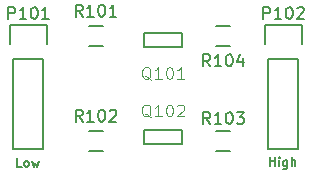
<source format=gbr>
G04 #@! TF.FileFunction,Legend,Top*
%FSLAX46Y46*%
G04 Gerber Fmt 4.6, Leading zero omitted, Abs format (unit mm)*
G04 Created by KiCad (PCBNEW 0.201503020946+5465~21~ubuntu14.04.1-product) date Thu 19 Mar 2015 20:54:09 CET*
%MOMM*%
G01*
G04 APERTURE LIST*
%ADD10C,0.100000*%
%ADD11C,0.127000*%
%ADD12C,0.150000*%
G04 APERTURE END LIST*
D10*
D11*
X170297929Y-118327714D02*
X170297929Y-117565714D01*
X170297929Y-117928571D02*
X170733357Y-117928571D01*
X170733357Y-118327714D02*
X170733357Y-117565714D01*
X171096215Y-118327714D02*
X171096215Y-117819714D01*
X171096215Y-117565714D02*
X171059929Y-117602000D01*
X171096215Y-117638286D01*
X171132500Y-117602000D01*
X171096215Y-117565714D01*
X171096215Y-117638286D01*
X171785643Y-117819714D02*
X171785643Y-118436571D01*
X171749357Y-118509143D01*
X171713072Y-118545429D01*
X171640500Y-118581714D01*
X171531643Y-118581714D01*
X171459072Y-118545429D01*
X171785643Y-118291429D02*
X171713072Y-118327714D01*
X171567929Y-118327714D01*
X171495357Y-118291429D01*
X171459072Y-118255143D01*
X171422786Y-118182571D01*
X171422786Y-117964857D01*
X171459072Y-117892286D01*
X171495357Y-117856000D01*
X171567929Y-117819714D01*
X171713072Y-117819714D01*
X171785643Y-117856000D01*
X172148501Y-118327714D02*
X172148501Y-117565714D01*
X172475072Y-118327714D02*
X172475072Y-117928571D01*
X172438786Y-117856000D01*
X172366215Y-117819714D01*
X172257358Y-117819714D01*
X172184786Y-117856000D01*
X172148501Y-117892286D01*
X149288500Y-118391214D02*
X148925643Y-118391214D01*
X148925643Y-117629214D01*
X149651357Y-118391214D02*
X149578785Y-118354929D01*
X149542500Y-118318643D01*
X149506214Y-118246071D01*
X149506214Y-118028357D01*
X149542500Y-117955786D01*
X149578785Y-117919500D01*
X149651357Y-117883214D01*
X149760214Y-117883214D01*
X149832785Y-117919500D01*
X149869071Y-117955786D01*
X149905357Y-118028357D01*
X149905357Y-118246071D01*
X149869071Y-118318643D01*
X149832785Y-118354929D01*
X149760214Y-118391214D01*
X149651357Y-118391214D01*
X150159357Y-117883214D02*
X150304500Y-118391214D01*
X150449643Y-118028357D01*
X150594786Y-118391214D01*
X150739929Y-117883214D01*
D12*
X151130000Y-109220000D02*
X151130000Y-116840000D01*
X148590000Y-109220000D02*
X148590000Y-116840000D01*
X148310000Y-106400000D02*
X148310000Y-107950000D01*
X151130000Y-116840000D02*
X148590000Y-116840000D01*
X148590000Y-109220000D02*
X151130000Y-109220000D01*
X151410000Y-107950000D02*
X151410000Y-106400000D01*
X151410000Y-106400000D02*
X148310000Y-106400000D01*
X172720000Y-109220000D02*
X172720000Y-116840000D01*
X170180000Y-109220000D02*
X170180000Y-116840000D01*
X169900000Y-106400000D02*
X169900000Y-107950000D01*
X172720000Y-116840000D02*
X170180000Y-116840000D01*
X170180000Y-109220000D02*
X172720000Y-109220000D01*
X173000000Y-107950000D02*
X173000000Y-106400000D01*
X173000000Y-106400000D02*
X169900000Y-106400000D01*
X159690000Y-107080000D02*
X162890000Y-107080000D01*
X162890000Y-107080000D02*
X162890000Y-108280000D01*
X162890000Y-108280000D02*
X159690000Y-108280000D01*
X159690000Y-108280000D02*
X159690000Y-107080000D01*
X162890000Y-116440000D02*
X159690000Y-116440000D01*
X159690000Y-116440000D02*
X159690000Y-115240000D01*
X159690000Y-115240000D02*
X162890000Y-115240000D01*
X162890000Y-115240000D02*
X162890000Y-116440000D01*
X156175000Y-108190000D02*
X154975000Y-108190000D01*
X154975000Y-106440000D02*
X156175000Y-106440000D01*
X156175000Y-117080000D02*
X154975000Y-117080000D01*
X154975000Y-115330000D02*
X156175000Y-115330000D01*
X165770000Y-115330000D02*
X166970000Y-115330000D01*
X166970000Y-117080000D02*
X165770000Y-117080000D01*
X165770000Y-106440000D02*
X166970000Y-106440000D01*
X166970000Y-108190000D02*
X165770000Y-108190000D01*
X148169524Y-105862381D02*
X148169524Y-104862381D01*
X148550477Y-104862381D01*
X148645715Y-104910000D01*
X148693334Y-104957619D01*
X148740953Y-105052857D01*
X148740953Y-105195714D01*
X148693334Y-105290952D01*
X148645715Y-105338571D01*
X148550477Y-105386190D01*
X148169524Y-105386190D01*
X149693334Y-105862381D02*
X149121905Y-105862381D01*
X149407619Y-105862381D02*
X149407619Y-104862381D01*
X149312381Y-105005238D01*
X149217143Y-105100476D01*
X149121905Y-105148095D01*
X150312381Y-104862381D02*
X150407620Y-104862381D01*
X150502858Y-104910000D01*
X150550477Y-104957619D01*
X150598096Y-105052857D01*
X150645715Y-105243333D01*
X150645715Y-105481429D01*
X150598096Y-105671905D01*
X150550477Y-105767143D01*
X150502858Y-105814762D01*
X150407620Y-105862381D01*
X150312381Y-105862381D01*
X150217143Y-105814762D01*
X150169524Y-105767143D01*
X150121905Y-105671905D01*
X150074286Y-105481429D01*
X150074286Y-105243333D01*
X150121905Y-105052857D01*
X150169524Y-104957619D01*
X150217143Y-104910000D01*
X150312381Y-104862381D01*
X151598096Y-105862381D02*
X151026667Y-105862381D01*
X151312381Y-105862381D02*
X151312381Y-104862381D01*
X151217143Y-105005238D01*
X151121905Y-105100476D01*
X151026667Y-105148095D01*
X169759524Y-105862381D02*
X169759524Y-104862381D01*
X170140477Y-104862381D01*
X170235715Y-104910000D01*
X170283334Y-104957619D01*
X170330953Y-105052857D01*
X170330953Y-105195714D01*
X170283334Y-105290952D01*
X170235715Y-105338571D01*
X170140477Y-105386190D01*
X169759524Y-105386190D01*
X171283334Y-105862381D02*
X170711905Y-105862381D01*
X170997619Y-105862381D02*
X170997619Y-104862381D01*
X170902381Y-105005238D01*
X170807143Y-105100476D01*
X170711905Y-105148095D01*
X171902381Y-104862381D02*
X171997620Y-104862381D01*
X172092858Y-104910000D01*
X172140477Y-104957619D01*
X172188096Y-105052857D01*
X172235715Y-105243333D01*
X172235715Y-105481429D01*
X172188096Y-105671905D01*
X172140477Y-105767143D01*
X172092858Y-105814762D01*
X171997620Y-105862381D01*
X171902381Y-105862381D01*
X171807143Y-105814762D01*
X171759524Y-105767143D01*
X171711905Y-105671905D01*
X171664286Y-105481429D01*
X171664286Y-105243333D01*
X171711905Y-105052857D01*
X171759524Y-104957619D01*
X171807143Y-104910000D01*
X171902381Y-104862381D01*
X172616667Y-104957619D02*
X172664286Y-104910000D01*
X172759524Y-104862381D01*
X172997620Y-104862381D01*
X173092858Y-104910000D01*
X173140477Y-104957619D01*
X173188096Y-105052857D01*
X173188096Y-105148095D01*
X173140477Y-105290952D01*
X172569048Y-105862381D01*
X173188096Y-105862381D01*
D10*
X160242381Y-111037619D02*
X160147143Y-110990000D01*
X160051905Y-110894762D01*
X159909048Y-110751905D01*
X159813809Y-110704286D01*
X159718571Y-110704286D01*
X159766190Y-110942381D02*
X159670952Y-110894762D01*
X159575714Y-110799524D01*
X159528095Y-110609048D01*
X159528095Y-110275714D01*
X159575714Y-110085238D01*
X159670952Y-109990000D01*
X159766190Y-109942381D01*
X159956667Y-109942381D01*
X160051905Y-109990000D01*
X160147143Y-110085238D01*
X160194762Y-110275714D01*
X160194762Y-110609048D01*
X160147143Y-110799524D01*
X160051905Y-110894762D01*
X159956667Y-110942381D01*
X159766190Y-110942381D01*
X161147143Y-110942381D02*
X160575714Y-110942381D01*
X160861428Y-110942381D02*
X160861428Y-109942381D01*
X160766190Y-110085238D01*
X160670952Y-110180476D01*
X160575714Y-110228095D01*
X161766190Y-109942381D02*
X161861429Y-109942381D01*
X161956667Y-109990000D01*
X162004286Y-110037619D01*
X162051905Y-110132857D01*
X162099524Y-110323333D01*
X162099524Y-110561429D01*
X162051905Y-110751905D01*
X162004286Y-110847143D01*
X161956667Y-110894762D01*
X161861429Y-110942381D01*
X161766190Y-110942381D01*
X161670952Y-110894762D01*
X161623333Y-110847143D01*
X161575714Y-110751905D01*
X161528095Y-110561429D01*
X161528095Y-110323333D01*
X161575714Y-110132857D01*
X161623333Y-110037619D01*
X161670952Y-109990000D01*
X161766190Y-109942381D01*
X163051905Y-110942381D02*
X162480476Y-110942381D01*
X162766190Y-110942381D02*
X162766190Y-109942381D01*
X162670952Y-110085238D01*
X162575714Y-110180476D01*
X162480476Y-110228095D01*
X160242381Y-114212619D02*
X160147143Y-114165000D01*
X160051905Y-114069762D01*
X159909048Y-113926905D01*
X159813809Y-113879286D01*
X159718571Y-113879286D01*
X159766190Y-114117381D02*
X159670952Y-114069762D01*
X159575714Y-113974524D01*
X159528095Y-113784048D01*
X159528095Y-113450714D01*
X159575714Y-113260238D01*
X159670952Y-113165000D01*
X159766190Y-113117381D01*
X159956667Y-113117381D01*
X160051905Y-113165000D01*
X160147143Y-113260238D01*
X160194762Y-113450714D01*
X160194762Y-113784048D01*
X160147143Y-113974524D01*
X160051905Y-114069762D01*
X159956667Y-114117381D01*
X159766190Y-114117381D01*
X161147143Y-114117381D02*
X160575714Y-114117381D01*
X160861428Y-114117381D02*
X160861428Y-113117381D01*
X160766190Y-113260238D01*
X160670952Y-113355476D01*
X160575714Y-113403095D01*
X161766190Y-113117381D02*
X161861429Y-113117381D01*
X161956667Y-113165000D01*
X162004286Y-113212619D01*
X162051905Y-113307857D01*
X162099524Y-113498333D01*
X162099524Y-113736429D01*
X162051905Y-113926905D01*
X162004286Y-114022143D01*
X161956667Y-114069762D01*
X161861429Y-114117381D01*
X161766190Y-114117381D01*
X161670952Y-114069762D01*
X161623333Y-114022143D01*
X161575714Y-113926905D01*
X161528095Y-113736429D01*
X161528095Y-113498333D01*
X161575714Y-113307857D01*
X161623333Y-113212619D01*
X161670952Y-113165000D01*
X161766190Y-113117381D01*
X162480476Y-113212619D02*
X162528095Y-113165000D01*
X162623333Y-113117381D01*
X162861429Y-113117381D01*
X162956667Y-113165000D01*
X163004286Y-113212619D01*
X163051905Y-113307857D01*
X163051905Y-113403095D01*
X163004286Y-113545952D01*
X162432857Y-114117381D01*
X163051905Y-114117381D01*
D12*
X154455953Y-105667381D02*
X154122619Y-105191190D01*
X153884524Y-105667381D02*
X153884524Y-104667381D01*
X154265477Y-104667381D01*
X154360715Y-104715000D01*
X154408334Y-104762619D01*
X154455953Y-104857857D01*
X154455953Y-105000714D01*
X154408334Y-105095952D01*
X154360715Y-105143571D01*
X154265477Y-105191190D01*
X153884524Y-105191190D01*
X155408334Y-105667381D02*
X154836905Y-105667381D01*
X155122619Y-105667381D02*
X155122619Y-104667381D01*
X155027381Y-104810238D01*
X154932143Y-104905476D01*
X154836905Y-104953095D01*
X156027381Y-104667381D02*
X156122620Y-104667381D01*
X156217858Y-104715000D01*
X156265477Y-104762619D01*
X156313096Y-104857857D01*
X156360715Y-105048333D01*
X156360715Y-105286429D01*
X156313096Y-105476905D01*
X156265477Y-105572143D01*
X156217858Y-105619762D01*
X156122620Y-105667381D01*
X156027381Y-105667381D01*
X155932143Y-105619762D01*
X155884524Y-105572143D01*
X155836905Y-105476905D01*
X155789286Y-105286429D01*
X155789286Y-105048333D01*
X155836905Y-104857857D01*
X155884524Y-104762619D01*
X155932143Y-104715000D01*
X156027381Y-104667381D01*
X157313096Y-105667381D02*
X156741667Y-105667381D01*
X157027381Y-105667381D02*
X157027381Y-104667381D01*
X156932143Y-104810238D01*
X156836905Y-104905476D01*
X156741667Y-104953095D01*
X154455953Y-114557381D02*
X154122619Y-114081190D01*
X153884524Y-114557381D02*
X153884524Y-113557381D01*
X154265477Y-113557381D01*
X154360715Y-113605000D01*
X154408334Y-113652619D01*
X154455953Y-113747857D01*
X154455953Y-113890714D01*
X154408334Y-113985952D01*
X154360715Y-114033571D01*
X154265477Y-114081190D01*
X153884524Y-114081190D01*
X155408334Y-114557381D02*
X154836905Y-114557381D01*
X155122619Y-114557381D02*
X155122619Y-113557381D01*
X155027381Y-113700238D01*
X154932143Y-113795476D01*
X154836905Y-113843095D01*
X156027381Y-113557381D02*
X156122620Y-113557381D01*
X156217858Y-113605000D01*
X156265477Y-113652619D01*
X156313096Y-113747857D01*
X156360715Y-113938333D01*
X156360715Y-114176429D01*
X156313096Y-114366905D01*
X156265477Y-114462143D01*
X156217858Y-114509762D01*
X156122620Y-114557381D01*
X156027381Y-114557381D01*
X155932143Y-114509762D01*
X155884524Y-114462143D01*
X155836905Y-114366905D01*
X155789286Y-114176429D01*
X155789286Y-113938333D01*
X155836905Y-113747857D01*
X155884524Y-113652619D01*
X155932143Y-113605000D01*
X156027381Y-113557381D01*
X156741667Y-113652619D02*
X156789286Y-113605000D01*
X156884524Y-113557381D01*
X157122620Y-113557381D01*
X157217858Y-113605000D01*
X157265477Y-113652619D01*
X157313096Y-113747857D01*
X157313096Y-113843095D01*
X157265477Y-113985952D01*
X156694048Y-114557381D01*
X157313096Y-114557381D01*
X165250953Y-114752381D02*
X164917619Y-114276190D01*
X164679524Y-114752381D02*
X164679524Y-113752381D01*
X165060477Y-113752381D01*
X165155715Y-113800000D01*
X165203334Y-113847619D01*
X165250953Y-113942857D01*
X165250953Y-114085714D01*
X165203334Y-114180952D01*
X165155715Y-114228571D01*
X165060477Y-114276190D01*
X164679524Y-114276190D01*
X166203334Y-114752381D02*
X165631905Y-114752381D01*
X165917619Y-114752381D02*
X165917619Y-113752381D01*
X165822381Y-113895238D01*
X165727143Y-113990476D01*
X165631905Y-114038095D01*
X166822381Y-113752381D02*
X166917620Y-113752381D01*
X167012858Y-113800000D01*
X167060477Y-113847619D01*
X167108096Y-113942857D01*
X167155715Y-114133333D01*
X167155715Y-114371429D01*
X167108096Y-114561905D01*
X167060477Y-114657143D01*
X167012858Y-114704762D01*
X166917620Y-114752381D01*
X166822381Y-114752381D01*
X166727143Y-114704762D01*
X166679524Y-114657143D01*
X166631905Y-114561905D01*
X166584286Y-114371429D01*
X166584286Y-114133333D01*
X166631905Y-113942857D01*
X166679524Y-113847619D01*
X166727143Y-113800000D01*
X166822381Y-113752381D01*
X167489048Y-113752381D02*
X168108096Y-113752381D01*
X167774762Y-114133333D01*
X167917620Y-114133333D01*
X168012858Y-114180952D01*
X168060477Y-114228571D01*
X168108096Y-114323810D01*
X168108096Y-114561905D01*
X168060477Y-114657143D01*
X168012858Y-114704762D01*
X167917620Y-114752381D01*
X167631905Y-114752381D01*
X167536667Y-114704762D01*
X167489048Y-114657143D01*
X165250953Y-109867381D02*
X164917619Y-109391190D01*
X164679524Y-109867381D02*
X164679524Y-108867381D01*
X165060477Y-108867381D01*
X165155715Y-108915000D01*
X165203334Y-108962619D01*
X165250953Y-109057857D01*
X165250953Y-109200714D01*
X165203334Y-109295952D01*
X165155715Y-109343571D01*
X165060477Y-109391190D01*
X164679524Y-109391190D01*
X166203334Y-109867381D02*
X165631905Y-109867381D01*
X165917619Y-109867381D02*
X165917619Y-108867381D01*
X165822381Y-109010238D01*
X165727143Y-109105476D01*
X165631905Y-109153095D01*
X166822381Y-108867381D02*
X166917620Y-108867381D01*
X167012858Y-108915000D01*
X167060477Y-108962619D01*
X167108096Y-109057857D01*
X167155715Y-109248333D01*
X167155715Y-109486429D01*
X167108096Y-109676905D01*
X167060477Y-109772143D01*
X167012858Y-109819762D01*
X166917620Y-109867381D01*
X166822381Y-109867381D01*
X166727143Y-109819762D01*
X166679524Y-109772143D01*
X166631905Y-109676905D01*
X166584286Y-109486429D01*
X166584286Y-109248333D01*
X166631905Y-109057857D01*
X166679524Y-108962619D01*
X166727143Y-108915000D01*
X166822381Y-108867381D01*
X168012858Y-109200714D02*
X168012858Y-109867381D01*
X167774762Y-108819762D02*
X167536667Y-109534048D01*
X168155715Y-109534048D01*
M02*

</source>
